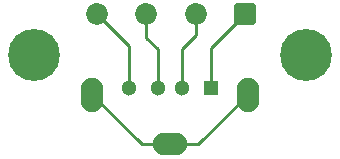
<source format=gbr>
%TF.GenerationSoftware,KiCad,Pcbnew,6.0.6+dfsg-1*%
%TF.CreationDate,2022-07-30T13:20:06-07:00*%
%TF.ProjectId,usb_breakout,7573625f-6272-4656-916b-6f75742e6b69,rev?*%
%TF.SameCoordinates,Original*%
%TF.FileFunction,Copper,L1,Top*%
%TF.FilePolarity,Positive*%
%FSLAX46Y46*%
G04 Gerber Fmt 4.6, Leading zero omitted, Abs format (unit mm)*
G04 Created by KiCad (PCBNEW 6.0.6+dfsg-1) date 2022-07-30 13:20:06*
%MOMM*%
%LPD*%
G01*
G04 APERTURE LIST*
G04 Aperture macros list*
%AMRoundRect*
0 Rectangle with rounded corners*
0 $1 Rounding radius*
0 $2 $3 $4 $5 $6 $7 $8 $9 X,Y pos of 4 corners*
0 Add a 4 corners polygon primitive as box body*
4,1,4,$2,$3,$4,$5,$6,$7,$8,$9,$2,$3,0*
0 Add four circle primitives for the rounded corners*
1,1,$1+$1,$2,$3*
1,1,$1+$1,$4,$5*
1,1,$1+$1,$6,$7*
1,1,$1+$1,$8,$9*
0 Add four rect primitives between the rounded corners*
20,1,$1+$1,$2,$3,$4,$5,0*
20,1,$1+$1,$4,$5,$6,$7,0*
20,1,$1+$1,$6,$7,$8,$9,0*
20,1,$1+$1,$8,$9,$2,$3,0*%
G04 Aperture macros list end*
%TA.AperFunction,ComponentPad*%
%ADD10RoundRect,0.250000X0.675000X0.675000X-0.675000X0.675000X-0.675000X-0.675000X0.675000X-0.675000X0*%
%TD*%
%TA.AperFunction,ComponentPad*%
%ADD11C,1.850000*%
%TD*%
%TA.AperFunction,ComponentPad*%
%ADD12R,1.300000X1.300000*%
%TD*%
%TA.AperFunction,ComponentPad*%
%ADD13C,1.300000*%
%TD*%
%TA.AperFunction,ComponentPad*%
%ADD14O,1.900000X2.900000*%
%TD*%
%TA.AperFunction,ComponentPad*%
%ADD15O,2.900000X1.900000*%
%TD*%
%TA.AperFunction,ComponentPad*%
%ADD16C,4.400000*%
%TD*%
%TA.AperFunction,Conductor*%
%ADD17C,0.250000*%
%TD*%
G04 APERTURE END LIST*
D10*
%TO.P,J2,1,Pin_1*%
%TO.N,Net-(J1-Pad1)*%
X146400000Y-79000000D03*
D11*
%TO.P,J2,2,Pin_2*%
%TO.N,Net-(J1-Pad2)*%
X142200000Y-79000000D03*
%TO.P,J2,3,Pin_3*%
%TO.N,Net-(J1-Pad3)*%
X138000000Y-79000000D03*
%TO.P,J2,4,Pin_4*%
%TO.N,Net-(J1-Pad4)*%
X133800000Y-79000000D03*
%TD*%
D12*
%TO.P,J1,1,VBUS*%
%TO.N,Net-(J1-Pad1)*%
X143500000Y-85220000D03*
D13*
%TO.P,J1,2,D-*%
%TO.N,Net-(J1-Pad2)*%
X141000000Y-85220000D03*
%TO.P,J1,3,D+*%
%TO.N,Net-(J1-Pad3)*%
X139000000Y-85220000D03*
%TO.P,J1,4,GND*%
%TO.N,Net-(J1-Pad4)*%
X136500000Y-85220000D03*
D14*
%TO.P,J1,5,Shield*%
%TO.N,unconnected-(J1-Pad5)*%
X133430000Y-85820000D03*
D15*
X140000000Y-90000000D03*
D14*
X146570000Y-85820000D03*
%TD*%
D16*
%TO.P,REF1,1*%
%TO.N,N/C*%
X128500000Y-82500000D03*
%TD*%
%TO.P,REF2,1*%
%TO.N,N/C*%
X151500000Y-82500000D03*
%TD*%
D17*
%TO.N,unconnected-(J1-Pad5)*%
X140000000Y-90000000D02*
X137610000Y-90000000D01*
X137610000Y-90000000D02*
X133430000Y-85820000D01*
X146570000Y-85820000D02*
X142390000Y-90000000D01*
X142390000Y-90000000D02*
X140000000Y-90000000D01*
%TO.N,Net-(J1-Pad4)*%
X133800000Y-79000000D02*
X136500000Y-81700000D01*
X136500000Y-81700000D02*
X136500000Y-85220000D01*
%TO.N,Net-(J1-Pad3)*%
X138000000Y-79000000D02*
X138000000Y-81000000D01*
X138000000Y-81000000D02*
X139000000Y-82000000D01*
X139000000Y-82000000D02*
X139000000Y-85220000D01*
%TO.N,Net-(J1-Pad2)*%
X142200000Y-80800000D02*
X141000000Y-82000000D01*
X142200000Y-79000000D02*
X142200000Y-80800000D01*
X141000000Y-82000000D02*
X141000000Y-85220000D01*
%TO.N,Net-(J1-Pad1)*%
X146400000Y-79000000D02*
X143500000Y-81900000D01*
X143500000Y-81900000D02*
X143500000Y-85220000D01*
%TD*%
M02*

</source>
